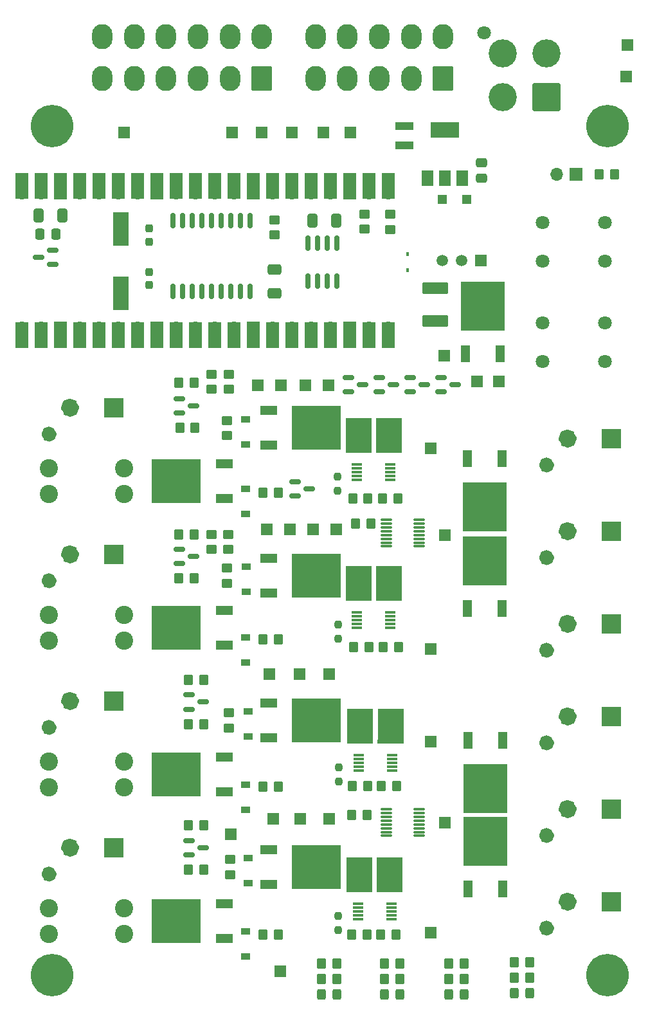
<source format=gbr>
%TF.GenerationSoftware,KiCad,Pcbnew,7.0.2*%
%TF.CreationDate,2023-09-23T20:32:53-04:00*%
%TF.ProjectId,Battery_Monitor_1.2,42617474-6572-4795-9f4d-6f6e69746f72,rev?*%
%TF.SameCoordinates,Original*%
%TF.FileFunction,Soldermask,Top*%
%TF.FilePolarity,Negative*%
%FSLAX46Y46*%
G04 Gerber Fmt 4.6, Leading zero omitted, Abs format (unit mm)*
G04 Created by KiCad (PCBNEW 7.0.2) date 2023-09-23 20:32:53*
%MOMM*%
%LPD*%
G01*
G04 APERTURE LIST*
G04 Aperture macros list*
%AMRoundRect*
0 Rectangle with rounded corners*
0 $1 Rounding radius*
0 $2 $3 $4 $5 $6 $7 $8 $9 X,Y pos of 4 corners*
0 Add a 4 corners polygon primitive as box body*
4,1,4,$2,$3,$4,$5,$6,$7,$8,$9,$2,$3,0*
0 Add four circle primitives for the rounded corners*
1,1,$1+$1,$2,$3*
1,1,$1+$1,$4,$5*
1,1,$1+$1,$6,$7*
1,1,$1+$1,$8,$9*
0 Add four rect primitives between the rounded corners*
20,1,$1+$1,$2,$3,$4,$5,0*
20,1,$1+$1,$4,$5,$6,$7,0*
20,1,$1+$1,$6,$7,$8,$9,0*
20,1,$1+$1,$8,$9,$2,$3,0*%
G04 Aperture macros list end*
%ADD10C,0.010000*%
%ADD11C,1.226200*%
%ADD12C,0.976200*%
%ADD13RoundRect,0.075000X0.650000X0.075000X-0.650000X0.075000X-0.650000X-0.075000X0.650000X-0.075000X0*%
%ADD14RoundRect,0.250000X-0.350000X-0.450000X0.350000X-0.450000X0.350000X0.450000X-0.350000X0.450000X0*%
%ADD15RoundRect,0.150000X-0.587500X-0.150000X0.587500X-0.150000X0.587500X0.150000X-0.587500X0.150000X0*%
%ADD16RoundRect,0.237500X0.237500X-0.250000X0.237500X0.250000X-0.237500X0.250000X-0.237500X-0.250000X0*%
%ADD17RoundRect,0.250000X0.350000X0.450000X-0.350000X0.450000X-0.350000X-0.450000X0.350000X-0.450000X0*%
%ADD18R,1.500000X1.500000*%
%ADD19RoundRect,0.250000X-0.325000X-0.450000X0.325000X-0.450000X0.325000X0.450000X-0.325000X0.450000X0*%
%ADD20C,1.800000*%
%ADD21R,1.400000X0.300000*%
%ADD22R,2.000000X4.500000*%
%ADD23R,2.200000X1.200000*%
%ADD24R,6.400000X5.800000*%
%ADD25RoundRect,0.150000X-0.150000X0.875000X-0.150000X-0.875000X0.150000X-0.875000X0.150000X0.875000X0*%
%ADD26RoundRect,0.237500X0.237500X-0.300000X0.237500X0.300000X-0.237500X0.300000X-0.237500X-0.300000X0*%
%ADD27RoundRect,0.250000X0.450000X-0.350000X0.450000X0.350000X-0.450000X0.350000X-0.450000X-0.350000X0*%
%ADD28R,1.200000X2.200000*%
%ADD29R,5.800000X6.400000*%
%ADD30RoundRect,0.250000X-0.450000X0.350000X-0.450000X-0.350000X0.450000X-0.350000X0.450000X0.350000X0*%
%ADD31R,1.200000X0.900000*%
%ADD32C,2.400000*%
%ADD33R,0.450000X0.600000*%
%ADD34R,3.400000X4.600000*%
%ADD35R,0.500000X0.500000*%
%ADD36C,5.600000*%
%ADD37R,2.400000X1.100000*%
%ADD38RoundRect,0.250000X0.337500X0.475000X-0.337500X0.475000X-0.337500X-0.475000X0.337500X-0.475000X0*%
%ADD39RoundRect,0.250000X0.475000X-0.337500X0.475000X0.337500X-0.475000X0.337500X-0.475000X-0.337500X0*%
%ADD40O,2.700000X3.300000*%
%ADD41RoundRect,0.250001X1.099999X1.399999X-1.099999X1.399999X-1.099999X-1.399999X1.099999X-1.399999X0*%
%ADD42RoundRect,0.250000X0.412500X0.650000X-0.412500X0.650000X-0.412500X-0.650000X0.412500X-0.650000X0*%
%ADD43R,3.800000X2.000000*%
%ADD44R,1.500000X2.000000*%
%ADD45RoundRect,0.250000X0.650000X-0.412500X0.650000X0.412500X-0.650000X0.412500X-0.650000X-0.412500X0*%
%ADD46RoundRect,0.150000X0.587500X0.150000X-0.587500X0.150000X-0.587500X-0.150000X0.587500X-0.150000X0*%
%ADD47O,1.700000X1.700000*%
%ADD48R,1.700000X1.700000*%
%ADD49R,1.180000X1.170000*%
%ADD50RoundRect,0.250000X-1.450000X0.537500X-1.450000X-0.537500X1.450000X-0.537500X1.450000X0.537500X0*%
%ADD51RoundRect,0.237500X-0.237500X0.300000X-0.237500X-0.300000X0.237500X-0.300000X0.237500X0.300000X0*%
%ADD52C,1.508000*%
%ADD53R,1.508000X1.508000*%
%ADD54RoundRect,0.150000X0.150000X-0.825000X0.150000X0.825000X-0.150000X0.825000X-0.150000X-0.825000X0*%
%ADD55C,1.803400*%
%ADD56R,1.700000X3.500000*%
%ADD57C,3.700000*%
%ADD58RoundRect,0.250002X1.599998X1.599998X-1.599998X1.599998X-1.599998X-1.599998X1.599998X-1.599998X0*%
G04 APERTURE END LIST*
%TO.C,J14*%
D10*
X89110200Y-146514200D02*
X86657800Y-146514200D01*
X86657800Y-144061800D01*
X89110200Y-144061800D01*
X89110200Y-146514200D01*
G36*
X89110200Y-146514200D02*
G01*
X86657800Y-146514200D01*
X86657800Y-144061800D01*
X89110200Y-144061800D01*
X89110200Y-146514200D01*
G37*
D11*
X82797100Y-145288000D02*
G75*
G03*
X82797100Y-145288000I-613100J0D01*
G01*
D12*
X79902100Y-148768000D02*
G75*
G03*
X79902100Y-148768000I-488100J0D01*
G01*
%TO.C,J15*%
D10*
X154642200Y-153626200D02*
X152189800Y-153626200D01*
X152189800Y-151173800D01*
X154642200Y-151173800D01*
X154642200Y-153626200D01*
G36*
X154642200Y-153626200D02*
G01*
X152189800Y-153626200D01*
X152189800Y-151173800D01*
X154642200Y-151173800D01*
X154642200Y-153626200D01*
G37*
D11*
X148329100Y-152400000D02*
G75*
G03*
X148329100Y-152400000I-613100J0D01*
G01*
D12*
X145434100Y-155880000D02*
G75*
G03*
X145434100Y-155880000I-488100J0D01*
G01*
%TO.C,J9*%
D10*
X154642200Y-92666200D02*
X152189800Y-92666200D01*
X152189800Y-90213800D01*
X154642200Y-90213800D01*
X154642200Y-92666200D01*
G36*
X154642200Y-92666200D02*
G01*
X152189800Y-92666200D01*
X152189800Y-90213800D01*
X154642200Y-90213800D01*
X154642200Y-92666200D01*
G37*
D11*
X148329100Y-91440000D02*
G75*
G03*
X148329100Y-91440000I-613100J0D01*
G01*
D12*
X145434100Y-94920000D02*
G75*
G03*
X145434100Y-94920000I-488100J0D01*
G01*
%TO.C,J12*%
D10*
X154642200Y-129242200D02*
X152189800Y-129242200D01*
X152189800Y-126789800D01*
X154642200Y-126789800D01*
X154642200Y-129242200D01*
G36*
X154642200Y-129242200D02*
G01*
X152189800Y-129242200D01*
X152189800Y-126789800D01*
X154642200Y-126789800D01*
X154642200Y-129242200D01*
G37*
D11*
X148329100Y-128016000D02*
G75*
G03*
X148329100Y-128016000I-613100J0D01*
G01*
D12*
X145434100Y-131496000D02*
G75*
G03*
X145434100Y-131496000I-488100J0D01*
G01*
%TO.C,J13*%
D10*
X154642200Y-117050200D02*
X152189800Y-117050200D01*
X152189800Y-114597800D01*
X154642200Y-114597800D01*
X154642200Y-117050200D01*
G36*
X154642200Y-117050200D02*
G01*
X152189800Y-117050200D01*
X152189800Y-114597800D01*
X154642200Y-114597800D01*
X154642200Y-117050200D01*
G37*
D11*
X148329100Y-115824000D02*
G75*
G03*
X148329100Y-115824000I-613100J0D01*
G01*
D12*
X145434100Y-119304000D02*
G75*
G03*
X145434100Y-119304000I-488100J0D01*
G01*
%TO.C,J10*%
D10*
X154642200Y-104858200D02*
X152189800Y-104858200D01*
X152189800Y-102405800D01*
X154642200Y-102405800D01*
X154642200Y-104858200D01*
G36*
X154642200Y-104858200D02*
G01*
X152189800Y-104858200D01*
X152189800Y-102405800D01*
X154642200Y-102405800D01*
X154642200Y-104858200D01*
G37*
D11*
X148329100Y-103632000D02*
G75*
G03*
X148329100Y-103632000I-613100J0D01*
G01*
D12*
X145434100Y-107112000D02*
G75*
G03*
X145434100Y-107112000I-488100J0D01*
G01*
%TO.C,J7*%
D10*
X89110200Y-107906200D02*
X86657800Y-107906200D01*
X86657800Y-105453800D01*
X89110200Y-105453800D01*
X89110200Y-107906200D01*
G36*
X89110200Y-107906200D02*
G01*
X86657800Y-107906200D01*
X86657800Y-105453800D01*
X89110200Y-105453800D01*
X89110200Y-107906200D01*
G37*
D11*
X82797100Y-106680000D02*
G75*
G03*
X82797100Y-106680000I-613100J0D01*
G01*
D12*
X79902100Y-110160000D02*
G75*
G03*
X79902100Y-110160000I-488100J0D01*
G01*
%TO.C,J11*%
D10*
X89110200Y-127210200D02*
X86657800Y-127210200D01*
X86657800Y-124757800D01*
X89110200Y-124757800D01*
X89110200Y-127210200D01*
G36*
X89110200Y-127210200D02*
G01*
X86657800Y-127210200D01*
X86657800Y-124757800D01*
X89110200Y-124757800D01*
X89110200Y-127210200D01*
G37*
D11*
X82797100Y-125984000D02*
G75*
G03*
X82797100Y-125984000I-613100J0D01*
G01*
D12*
X79902100Y-129464000D02*
G75*
G03*
X79902100Y-129464000I-488100J0D01*
G01*
%TO.C,J8*%
D10*
X89110200Y-88602200D02*
X86657800Y-88602200D01*
X86657800Y-86149800D01*
X89110200Y-86149800D01*
X89110200Y-88602200D01*
G36*
X89110200Y-88602200D02*
G01*
X86657800Y-88602200D01*
X86657800Y-86149800D01*
X89110200Y-86149800D01*
X89110200Y-88602200D01*
G37*
D11*
X82797100Y-87376000D02*
G75*
G03*
X82797100Y-87376000I-613100J0D01*
G01*
D12*
X79902100Y-90856000D02*
G75*
G03*
X79902100Y-90856000I-488100J0D01*
G01*
%TO.C,J16*%
D10*
X154642200Y-141434200D02*
X152189800Y-141434200D01*
X152189800Y-138981800D01*
X154642200Y-138981800D01*
X154642200Y-141434200D01*
G36*
X154642200Y-141434200D02*
G01*
X152189800Y-141434200D01*
X152189800Y-138981800D01*
X154642200Y-138981800D01*
X154642200Y-141434200D01*
G37*
D11*
X148329100Y-140208000D02*
G75*
G03*
X148329100Y-140208000I-613100J0D01*
G01*
D12*
X145434100Y-143688000D02*
G75*
G03*
X145434100Y-143688000I-488100J0D01*
G01*
%TD*%
D13*
%TO.C,U10*%
X123834000Y-143736000D03*
X123834000Y-143236000D03*
X123834000Y-142736000D03*
X123834000Y-142236000D03*
X123834000Y-141736000D03*
X123834000Y-141236000D03*
X123834000Y-140736000D03*
X123834000Y-140236000D03*
X128134000Y-140236000D03*
X128134000Y-140736000D03*
X128134000Y-141236000D03*
X128134000Y-141736000D03*
X128134000Y-142236000D03*
X128134000Y-142736000D03*
X128134000Y-143236000D03*
X128134000Y-143736000D03*
%TD*%
D14*
%TO.C,R8*%
X109585000Y-98552000D03*
X107585000Y-98552000D03*
%TD*%
D15*
%TO.C,Q3*%
X132890500Y-84328000D03*
X131015500Y-85278000D03*
X131015500Y-83378000D03*
%TD*%
D16*
%TO.C,TH4*%
X117475000Y-154282592D03*
X117475000Y-156107592D03*
%TD*%
D17*
%TO.C,R37*%
X115332000Y-160528000D03*
X117332000Y-160528000D03*
%TD*%
D15*
%TO.C,Q6*%
X98473500Y-87122000D03*
X96598500Y-88072000D03*
X96598500Y-86172000D03*
%TD*%
D17*
%TO.C,R10*%
X96536000Y-109855000D03*
X98536000Y-109855000D03*
%TD*%
D18*
%TO.C,TP22*%
X108458000Y-122428000D03*
%TD*%
D19*
%TO.C,D14*%
X117357000Y-164592000D03*
X115307000Y-164592000D03*
%TD*%
D14*
%TO.C,R30*%
X109585000Y-137287000D03*
X107585000Y-137287000D03*
%TD*%
D16*
%TO.C,TH1*%
X117379198Y-96482353D03*
X117379198Y-98307353D03*
%TD*%
D15*
%TO.C,D5*%
X113713500Y-98044000D03*
X111838500Y-98994000D03*
X111838500Y-97094000D03*
%TD*%
D18*
%TO.C,TP6*%
X115570000Y-51181000D03*
%TD*%
D20*
%TO.C,J14*%
X79414000Y-148768000D03*
%TD*%
D21*
%TO.C,U6*%
X124367244Y-94869760D03*
X124367244Y-95369760D03*
X124367244Y-95869760D03*
X124367244Y-96369760D03*
X124367244Y-96869760D03*
X119967244Y-96869760D03*
X119967244Y-96369760D03*
X119967244Y-95869760D03*
X119967244Y-95369760D03*
X119967244Y-94869760D03*
%TD*%
D13*
%TO.C,U7*%
X123834000Y-105636000D03*
X123834000Y-105136000D03*
X123834000Y-104636000D03*
X123834000Y-104136000D03*
X123834000Y-103636000D03*
X123834000Y-103136000D03*
X123834000Y-102636000D03*
X123834000Y-102136000D03*
X128134000Y-102136000D03*
X128134000Y-102636000D03*
X128134000Y-103136000D03*
X128134000Y-103636000D03*
X128134000Y-104136000D03*
X128134000Y-104636000D03*
X128134000Y-105136000D03*
X128134000Y-105636000D03*
%TD*%
D18*
%TO.C,TP26*%
X116332000Y-122428000D03*
%TD*%
%TO.C,TP25*%
X129667000Y-131318000D03*
%TD*%
D22*
%TO.C,Y1*%
X88900000Y-72322000D03*
X88900000Y-63822000D03*
%TD*%
D23*
%TO.C,Q8*%
X108322000Y-111754000D03*
D24*
X114622000Y-109474000D03*
D23*
X108322000Y-107194000D03*
%TD*%
D18*
%TO.C,TP2*%
X107442000Y-51181000D03*
%TD*%
D25*
%TO.C,U2*%
X105918000Y-72087000D03*
X104648000Y-72087000D03*
X103378000Y-72087000D03*
X102108000Y-72087000D03*
X100838000Y-72087000D03*
X99568000Y-72087000D03*
X98298000Y-72087000D03*
X97028000Y-72087000D03*
X95758000Y-72087000D03*
X95758000Y-62787000D03*
X97028000Y-62787000D03*
X98298000Y-62787000D03*
X99568000Y-62787000D03*
X100838000Y-62787000D03*
X102108000Y-62787000D03*
X103378000Y-62787000D03*
X104648000Y-62787000D03*
X105918000Y-62787000D03*
%TD*%
D15*
%TO.C,Q2*%
X128826500Y-84328000D03*
X126951500Y-85278000D03*
X126951500Y-83378000D03*
%TD*%
D26*
%TO.C,C4*%
X92583000Y-63780500D03*
X92583000Y-65505500D03*
%TD*%
D27*
%TO.C,R13*%
X102870000Y-108474000D03*
X102870000Y-110474000D03*
%TD*%
D14*
%TO.C,R45*%
X134096000Y-162560000D03*
X132096000Y-162560000D03*
%TD*%
D28*
%TO.C,Q11*%
X139059000Y-113801000D03*
D29*
X136779000Y-107501000D03*
D28*
X134499000Y-113801000D03*
%TD*%
D19*
%TO.C,D16*%
X142757000Y-164465000D03*
X140707000Y-164465000D03*
%TD*%
D30*
%TO.C,R5*%
X103124000Y-84947000D03*
X103124000Y-82947000D03*
%TD*%
D28*
%TO.C,D2*%
X138805000Y-80273000D03*
D29*
X136525000Y-73973000D03*
D28*
X134245000Y-80273000D03*
%TD*%
D18*
%TO.C,TP1*%
X89281000Y-51181000D03*
%TD*%
D23*
%TO.C,Q9*%
X102498000Y-94748000D03*
D24*
X96198000Y-97028000D03*
D23*
X102498000Y-99308000D03*
%TD*%
D31*
%TO.C,D4*%
X105410000Y-108332000D03*
X105410000Y-111632000D03*
%TD*%
D32*
%TO.C,F3*%
X89288000Y-137336000D03*
X89288000Y-133936000D03*
X79368000Y-137336000D03*
X79368000Y-133936000D03*
%TD*%
D18*
%TO.C,TP5*%
X119126000Y-51181000D03*
%TD*%
D27*
%TO.C,R12*%
X102870000Y-89043000D03*
X102870000Y-91043000D03*
%TD*%
D14*
%TO.C,R1*%
X153908000Y-56642000D03*
X151908000Y-56642000D03*
%TD*%
D33*
%TO.C,D3*%
X126619000Y-69249000D03*
X126619000Y-67149000D03*
%TD*%
D15*
%TO.C,Q20*%
X99743500Y-145288000D03*
X97868500Y-146238000D03*
X97868500Y-144338000D03*
%TD*%
D14*
%TO.C,R29*%
X109585000Y-156718000D03*
X107585000Y-156718000D03*
%TD*%
D31*
%TO.C,D8*%
X105664000Y-127382000D03*
X105664000Y-130682000D03*
%TD*%
D17*
%TO.C,R35*%
X123587000Y-160528000D03*
X125587000Y-160528000D03*
%TD*%
D28*
%TO.C,Q17*%
X134626000Y-131182000D03*
D29*
X136906000Y-137482000D03*
D28*
X139186000Y-131182000D03*
%TD*%
D23*
%TO.C,Q15*%
X102498000Y-114052000D03*
D24*
X96198000Y-116332000D03*
D23*
X102498000Y-118612000D03*
%TD*%
D34*
%TO.C,R26*%
X124396000Y-129286000D03*
D35*
X122946000Y-131336000D03*
X121846000Y-131336000D03*
D34*
X120396000Y-129286000D03*
%TD*%
D19*
%TO.C,D13*%
X125612000Y-164592000D03*
X123562000Y-164592000D03*
%TD*%
D36*
%TO.C,H1*%
X79834003Y-50340997D03*
%TD*%
D14*
%TO.C,R22*%
X109585000Y-117856000D03*
X107585000Y-117856000D03*
%TD*%
D18*
%TO.C,TP12*%
X131445000Y-80518000D03*
%TD*%
D27*
%TO.C,R7*%
X124358400Y-61941200D03*
X124358400Y-63941200D03*
%TD*%
D37*
%TO.C,C1*%
X126238000Y-52812000D03*
X126238000Y-50312000D03*
%TD*%
D38*
%TO.C,C2*%
X78210500Y-64516000D03*
X80285500Y-64516000D03*
%TD*%
D23*
%TO.C,Q18*%
X108322000Y-150108000D03*
D24*
X114622000Y-147828000D03*
D23*
X108322000Y-145548000D03*
%TD*%
D27*
%TO.C,R23*%
X103124000Y-127524000D03*
X103124000Y-129524000D03*
%TD*%
D14*
%TO.C,R27*%
X125460000Y-118872000D03*
X123460000Y-118872000D03*
%TD*%
D17*
%TO.C,R42*%
X140732000Y-160401000D03*
X142732000Y-160401000D03*
%TD*%
D18*
%TO.C,TP19*%
X111125000Y-103378000D03*
%TD*%
D39*
%TO.C,C7*%
X136398000Y-55096500D03*
X136398000Y-57171500D03*
%TD*%
D14*
%TO.C,R36*%
X121269000Y-156719092D03*
X119269000Y-156719092D03*
%TD*%
D18*
%TO.C,TP30*%
X109855000Y-161544000D03*
%TD*%
%TO.C,TP33*%
X131572000Y-141986000D03*
%TD*%
D40*
%TO.C,J1*%
X86442000Y-38569000D03*
X90642000Y-38569000D03*
X94842000Y-38569000D03*
X99042000Y-38569000D03*
X103242000Y-38569000D03*
X107442000Y-38569000D03*
X86442000Y-44069000D03*
X90642000Y-44069000D03*
X94842000Y-44069000D03*
X99042000Y-44069000D03*
X103242000Y-44069000D03*
D41*
X107442000Y-44069000D03*
%TD*%
D42*
%TO.C,C8*%
X114109100Y-62738000D03*
X117234100Y-62738000D03*
%TD*%
D18*
%TO.C,TP3*%
X103505000Y-51181000D03*
%TD*%
D32*
%TO.C,F1*%
X89288000Y-98728000D03*
X89288000Y-95328000D03*
X79368000Y-98728000D03*
X79368000Y-95328000D03*
%TD*%
D17*
%TO.C,R4*%
X96536000Y-84074000D03*
X98536000Y-84074000D03*
%TD*%
D18*
%TO.C,TP11*%
X109982000Y-84455000D03*
%TD*%
D43*
%TO.C,U1*%
X131572000Y-50825000D03*
D44*
X133872000Y-57125000D03*
X131572000Y-57125000D03*
X129272000Y-57125000D03*
%TD*%
D17*
%TO.C,R34*%
X119269000Y-140970000D03*
X121269000Y-140970000D03*
%TD*%
D20*
%TO.C,J15*%
X144946000Y-155880000D03*
%TD*%
D31*
%TO.C,D11*%
X105283000Y-159638000D03*
X105283000Y-156338000D03*
%TD*%
D18*
%TO.C,TP17*%
X108077000Y-103378000D03*
%TD*%
D16*
%TO.C,TH2*%
X117599800Y-134724592D03*
X117599800Y-136549592D03*
%TD*%
D40*
%TO.C,J2*%
X114518000Y-38569000D03*
X118718000Y-38569000D03*
X122918000Y-38569000D03*
X127118000Y-38569000D03*
X131318000Y-38569000D03*
X114518000Y-44069000D03*
X118718000Y-44069000D03*
X122918000Y-44069000D03*
X127118000Y-44069000D03*
D41*
X131318000Y-44069000D03*
%TD*%
D17*
%TO.C,R17*%
X119777000Y-102616000D03*
X121777000Y-102616000D03*
%TD*%
D18*
%TO.C,TP28*%
X112522000Y-141478000D03*
%TD*%
D27*
%TO.C,R6*%
X120954800Y-61890400D03*
X120954800Y-63890400D03*
%TD*%
D36*
%TO.C,H4*%
X152986003Y-162100997D03*
%TD*%
D45*
%TO.C,C6*%
X109093000Y-69176500D03*
X109093000Y-72301500D03*
%TD*%
D27*
%TO.C,R2*%
X100838000Y-82947000D03*
X100838000Y-84947000D03*
%TD*%
D20*
%TO.C,J9*%
X144946000Y-94920000D03*
%TD*%
D23*
%TO.C,Q19*%
X102498000Y-152660000D03*
D24*
X96198000Y-154940000D03*
D23*
X102498000Y-157220000D03*
%TD*%
D17*
%TO.C,R24*%
X97806000Y-129032000D03*
X99806000Y-129032000D03*
%TD*%
D15*
%TO.C,Q4*%
X120698500Y-84328000D03*
X118823500Y-85278000D03*
X118823500Y-83378000D03*
%TD*%
D17*
%TO.C,R33*%
X132096000Y-160528000D03*
X134096000Y-160528000D03*
%TD*%
D27*
%TO.C,R11*%
X100838000Y-104029000D03*
X100838000Y-106029000D03*
%TD*%
D19*
%TO.C,D15*%
X134121000Y-164592000D03*
X132071000Y-164592000D03*
%TD*%
D46*
%TO.C,Q1*%
X78056500Y-67564000D03*
X79931500Y-66614000D03*
X79931500Y-68514000D03*
%TD*%
D14*
%TO.C,R38*%
X125079000Y-156719092D03*
X123079000Y-156719092D03*
%TD*%
%TO.C,R44*%
X125587000Y-162560000D03*
X123587000Y-162560000D03*
%TD*%
D18*
%TO.C,TP13*%
X116205000Y-84455000D03*
%TD*%
D28*
%TO.C,Q12*%
X134499000Y-94098000D03*
D29*
X136779000Y-100398000D03*
D28*
X139059000Y-94098000D03*
%TD*%
D47*
%TO.C,J4*%
X146309000Y-56642000D03*
D48*
X148849000Y-56642000D03*
%TD*%
D18*
%TO.C,TP24*%
X103378000Y-143510000D03*
%TD*%
%TO.C,TP31*%
X129667000Y-156464000D03*
%TD*%
D49*
%TO.C,D1*%
X131252000Y-59944000D03*
X134432000Y-59944000D03*
%TD*%
D15*
%TO.C,Q5*%
X124762500Y-84328000D03*
X122887500Y-85278000D03*
X122887500Y-83378000D03*
%TD*%
D18*
%TO.C,TP27*%
X129667000Y-119126000D03*
%TD*%
%TO.C,TP29*%
X108966000Y-141478000D03*
%TD*%
D21*
%TO.C,U11*%
X124501000Y-152670000D03*
X124501000Y-153170000D03*
X124501000Y-153670000D03*
X124501000Y-154170000D03*
X124501000Y-154670000D03*
X120101000Y-154670000D03*
X120101000Y-154170000D03*
X120101000Y-153670000D03*
X120101000Y-153170000D03*
X120101000Y-152670000D03*
%TD*%
D27*
%TO.C,R28*%
X103251000Y-146828000D03*
X103251000Y-148828000D03*
%TD*%
D14*
%TO.C,R19*%
X121427198Y-99314000D03*
X119427198Y-99314000D03*
%TD*%
D50*
%TO.C,C9*%
X130302000Y-75924500D03*
X130302000Y-71649500D03*
%TD*%
D18*
%TO.C,TP18*%
X117221000Y-103378000D03*
%TD*%
D51*
%TO.C,C5*%
X92583000Y-71220500D03*
X92583000Y-69495500D03*
%TD*%
D20*
%TO.C,J12*%
X144946000Y-131496000D03*
%TD*%
D18*
%TO.C,TP14*%
X138684000Y-83947000D03*
%TD*%
%TO.C,TP23*%
X112395000Y-122428000D03*
%TD*%
D20*
%TO.C,J13*%
X144946000Y-119304000D03*
%TD*%
D18*
%TO.C,TP9*%
X106934000Y-84455000D03*
%TD*%
D15*
%TO.C,Q16*%
X99743500Y-126111000D03*
X97868500Y-127061000D03*
X97868500Y-125161000D03*
%TD*%
D17*
%TO.C,R32*%
X97806000Y-148209000D03*
X99806000Y-148209000D03*
%TD*%
D18*
%TO.C,TP16*%
X114173000Y-103378000D03*
%TD*%
D20*
%TO.C,J10*%
X144946000Y-107112000D03*
%TD*%
D36*
%TO.C,H2*%
X152986003Y-50340997D03*
%TD*%
D52*
%TO.C,U5*%
X131191000Y-68036000D03*
X133731000Y-68036000D03*
D53*
X136271000Y-68036000D03*
%TD*%
D34*
%TO.C,R39*%
X124301000Y-148844000D03*
D35*
X122851000Y-150894000D03*
X121751000Y-150894000D03*
D34*
X120301000Y-148844000D03*
%TD*%
D32*
%TO.C,F4*%
X89288000Y-156640000D03*
X89288000Y-153240000D03*
X79368000Y-156640000D03*
X79368000Y-153240000D03*
%TD*%
D42*
%TO.C,C3*%
X78066500Y-62103000D03*
X81191500Y-62103000D03*
%TD*%
D21*
%TO.C,U8*%
X124374000Y-114316000D03*
X124374000Y-114816000D03*
X124374000Y-115316000D03*
X124374000Y-115816000D03*
X124374000Y-116316000D03*
X119974000Y-116316000D03*
X119974000Y-115816000D03*
X119974000Y-115316000D03*
X119974000Y-114816000D03*
X119974000Y-114316000D03*
%TD*%
D36*
%TO.C,H3*%
X79834003Y-162100997D03*
%TD*%
D14*
%TO.C,R46*%
X142732000Y-162433000D03*
X140732000Y-162433000D03*
%TD*%
D17*
%TO.C,R21*%
X97806000Y-123190000D03*
X99806000Y-123190000D03*
%TD*%
D14*
%TO.C,R43*%
X117332000Y-162560000D03*
X115332000Y-162560000D03*
%TD*%
D54*
%TO.C,U4*%
X113538000Y-65724000D03*
X114808000Y-65724000D03*
X116078000Y-65724000D03*
X117348000Y-65724000D03*
X117348000Y-70674000D03*
X116078000Y-70674000D03*
X114808000Y-70674000D03*
X113538000Y-70674000D03*
%TD*%
D17*
%TO.C,R15*%
X96536000Y-104038400D03*
X98536000Y-104038400D03*
%TD*%
D18*
%TO.C,TP20*%
X131572000Y-104140000D03*
%TD*%
D55*
%TO.C,J6*%
X144407000Y-81255124D03*
X152606999Y-81255124D03*
X144407000Y-76255124D03*
X152606999Y-76255124D03*
%TD*%
D30*
%TO.C,R3*%
X109093000Y-64627000D03*
X109093000Y-62627000D03*
%TD*%
%TO.C,R14*%
X102997000Y-106029000D03*
X102997000Y-104029000D03*
%TD*%
D31*
%TO.C,D9*%
X105283000Y-120903000D03*
X105283000Y-117603000D03*
%TD*%
D16*
%TO.C,TH3*%
X117534690Y-115928592D03*
X117534690Y-117753592D03*
%TD*%
D18*
%TO.C,TP7*%
X155575000Y-39624000D03*
%TD*%
D55*
%TO.C,J5*%
X144407000Y-68047124D03*
X152606999Y-68047124D03*
X144407000Y-63047124D03*
X152606999Y-63047124D03*
%TD*%
D20*
%TO.C,J7*%
X79414000Y-110160000D03*
%TD*%
D56*
%TO.C,U3*%
X75844400Y-58206791D03*
D47*
X75844400Y-59106791D03*
D56*
X78384400Y-58206791D03*
D47*
X78384400Y-59106791D03*
D56*
X80924400Y-58206791D03*
D48*
X80924400Y-59106791D03*
D56*
X83464400Y-58206791D03*
D47*
X83464400Y-59106791D03*
D56*
X86004400Y-58206791D03*
D47*
X86004400Y-59106791D03*
D56*
X88544400Y-58206791D03*
D47*
X88544400Y-59106791D03*
D56*
X91084400Y-58206791D03*
D47*
X91084400Y-59106791D03*
D56*
X93624400Y-58206791D03*
D48*
X93624400Y-59106791D03*
D56*
X96164400Y-58206791D03*
D47*
X96164400Y-59106791D03*
D56*
X98704400Y-58206791D03*
D47*
X98704400Y-59106791D03*
D56*
X101244400Y-58206791D03*
D47*
X101244400Y-59106791D03*
D56*
X103784400Y-58206791D03*
D47*
X103784400Y-59106791D03*
D56*
X106324400Y-58206791D03*
D48*
X106324400Y-59106791D03*
D56*
X108864400Y-58206791D03*
D47*
X108864400Y-59106791D03*
D56*
X111404400Y-58206791D03*
D47*
X111404400Y-59106791D03*
D56*
X113944400Y-58206791D03*
D47*
X113944400Y-59106791D03*
D56*
X116484400Y-58206791D03*
D47*
X116484400Y-59106791D03*
D56*
X119024400Y-58206791D03*
D48*
X119024400Y-59106791D03*
D56*
X121564400Y-58206791D03*
D47*
X121564400Y-59106791D03*
D56*
X124104400Y-58206791D03*
D47*
X124104400Y-59106791D03*
D56*
X124104400Y-77786791D03*
D47*
X124104400Y-76886791D03*
D56*
X121564400Y-77786791D03*
D47*
X121564400Y-76886791D03*
D56*
X119024400Y-77786791D03*
D48*
X119024400Y-76886791D03*
D56*
X116484400Y-77786791D03*
D47*
X116484400Y-76886791D03*
D56*
X113944400Y-77786791D03*
D47*
X113944400Y-76886791D03*
D56*
X111404400Y-77786791D03*
D47*
X111404400Y-76886791D03*
D56*
X108864400Y-77786791D03*
D47*
X108864400Y-76886791D03*
D56*
X106324400Y-77786791D03*
D48*
X106324400Y-76886791D03*
D56*
X103784400Y-77786791D03*
D47*
X103784400Y-76886791D03*
D56*
X101244400Y-77786791D03*
D47*
X101244400Y-76886791D03*
D56*
X98704400Y-77786791D03*
D47*
X98704400Y-76886791D03*
D56*
X96164400Y-77786791D03*
D47*
X96164400Y-76886791D03*
D56*
X93624400Y-77786791D03*
D48*
X93624400Y-76886791D03*
D56*
X91084400Y-77786791D03*
D47*
X91084400Y-76886791D03*
D56*
X88544400Y-77786791D03*
D47*
X88544400Y-76886791D03*
D56*
X86004400Y-77786791D03*
D47*
X86004400Y-76886791D03*
D56*
X83464400Y-77786791D03*
D47*
X83464400Y-76886791D03*
D56*
X80924400Y-77786791D03*
D48*
X80924400Y-76886791D03*
D56*
X78384400Y-77786791D03*
D47*
X78384400Y-76886791D03*
D56*
X75844400Y-77786791D03*
D47*
X75844400Y-76886791D03*
%TD*%
D14*
%TO.C,R41*%
X125203800Y-137161092D03*
X123203800Y-137161092D03*
%TD*%
D31*
%TO.C,D6*%
X105283000Y-88901000D03*
X105283000Y-92201000D03*
%TD*%
D14*
%TO.C,R40*%
X121396000Y-137160000D03*
X119396000Y-137160000D03*
%TD*%
D20*
%TO.C,J11*%
X79414000Y-129464000D03*
%TD*%
%TO.C,J8*%
X79414000Y-90856000D03*
%TD*%
D28*
%TO.C,Q21*%
X139186000Y-150758000D03*
D29*
X136906000Y-144458000D03*
D28*
X134626000Y-150758000D03*
%TD*%
D23*
%TO.C,Q13*%
X108322000Y-130804000D03*
D24*
X114622000Y-128524000D03*
D23*
X108322000Y-126244000D03*
%TD*%
%TO.C,Q14*%
X102498000Y-133356000D03*
D24*
X96198000Y-135636000D03*
D23*
X102498000Y-137916000D03*
%TD*%
D18*
%TO.C,TP4*%
X111379000Y-51181000D03*
%TD*%
D57*
%TO.C,J3*%
X139207000Y-40782000D03*
X144907000Y-40782000D03*
X139207000Y-46482000D03*
D58*
X144907000Y-46482000D03*
D20*
X136727000Y-38012000D03*
%TD*%
D17*
%TO.C,R31*%
X97806000Y-142367000D03*
X99806000Y-142367000D03*
%TD*%
D34*
%TO.C,R18*%
X124174000Y-110490000D03*
D35*
X122724000Y-112540000D03*
X121624000Y-112540000D03*
D34*
X120174000Y-110490000D03*
%TD*%
D17*
%TO.C,R9*%
X96647000Y-90043000D03*
X98647000Y-90043000D03*
%TD*%
D18*
%TO.C,TP32*%
X116332000Y-141478000D03*
%TD*%
D31*
%TO.C,D7*%
X105283000Y-101345000D03*
X105283000Y-98045000D03*
%TD*%
D18*
%TO.C,TP8*%
X155448000Y-43815000D03*
%TD*%
%TO.C,TP21*%
X129667000Y-92710000D03*
%TD*%
D20*
%TO.C,J16*%
X144946000Y-143688000D03*
%TD*%
D34*
%TO.C,R20*%
X124167244Y-91043760D03*
D35*
X122717244Y-93093760D03*
X121617244Y-93093760D03*
D34*
X120167244Y-91043760D03*
%TD*%
D18*
%TO.C,TP10*%
X113157000Y-84455000D03*
%TD*%
D31*
%TO.C,D10*%
X105283000Y-140334000D03*
X105283000Y-137034000D03*
%TD*%
D14*
%TO.C,R25*%
X121523000Y-118872000D03*
X119523000Y-118872000D03*
%TD*%
D21*
%TO.C,U9*%
X124596000Y-133112000D03*
X124596000Y-133612000D03*
X124596000Y-134112000D03*
X124596000Y-134612000D03*
X124596000Y-135112000D03*
X120196000Y-135112000D03*
X120196000Y-134612000D03*
X120196000Y-134112000D03*
X120196000Y-133612000D03*
X120196000Y-133112000D03*
%TD*%
D31*
%TO.C,D12*%
X105664000Y-146686000D03*
X105664000Y-149986000D03*
%TD*%
D18*
%TO.C,TP15*%
X135763000Y-83947000D03*
%TD*%
D32*
%TO.C,F2*%
X89288000Y-118032000D03*
X89288000Y-114632000D03*
X79368000Y-118032000D03*
X79368000Y-114632000D03*
%TD*%
D15*
%TO.C,Q10*%
X98473500Y-106934000D03*
X96598500Y-107884000D03*
X96598500Y-105984000D03*
%TD*%
D23*
%TO.C,Q7*%
X108322000Y-92323000D03*
D24*
X114622000Y-90043000D03*
D23*
X108322000Y-87763000D03*
%TD*%
D14*
%TO.C,R16*%
X125333000Y-99314000D03*
X123333000Y-99314000D03*
%TD*%
M02*

</source>
